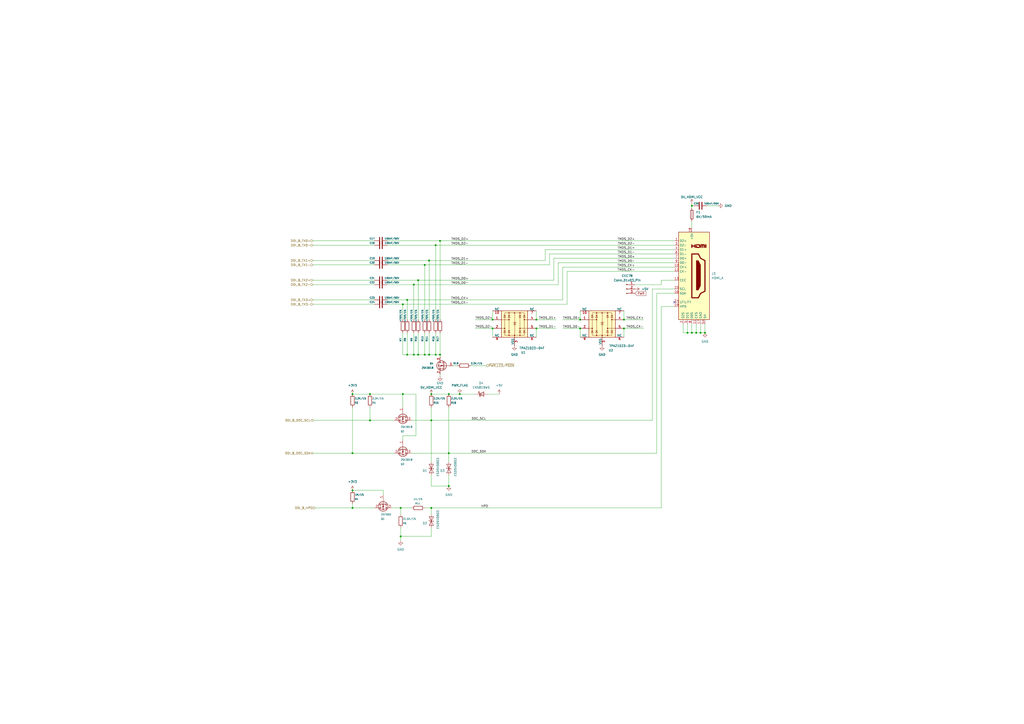
<source format=kicad_sch>
(kicad_sch (version 20231120) (generator "eeschema") (generator_version "8.0")
  (paper "A2")
  (title_block (title "Nano ITX Carrier for LattePanda Mu") (date "2024-09-01") (rev "V1.0.0") (comment 1 "20240901"))
  (lib_symbols
    (symbol "2N7002_1" (pin_names hide)
      (property "Reference" "Q" (at 5.08 1.905 0))
      (property "Value" "2N7002" (at 5.08 0 0))
      (symbol "2N7002_1_0_1"
        (polyline (pts (xy 0.254 0) (xy -2.54 0)))
        (polyline (pts (xy 0.254 1.905) (xy 0.254 -1.905)) (stroke (width 0.254)))
        (polyline (pts (xy 0.762 -1.27) (xy 0.762 -2.286)) (stroke (width 0.254)))
        (polyline (pts (xy 0.762 0.508) (xy 0.762 -0.508)) (stroke (width 0.254)))
        (polyline (pts (xy 0.762 2.286) (xy 0.762 1.27)) (stroke (width 0.254)))
        (polyline (pts (xy 2.54 2.54) (xy 2.54 1.778)))
        (polyline (pts (xy 2.54 -2.54) (xy 2.54 0) (xy 0.762 0)))
        (polyline (pts (xy 0.762 -1.778) (xy 3.302 -1.778) (xy 3.302 1.778) (xy 0.762 1.778)))
        (polyline (pts (xy 1.016 0) (xy 2.032 0.381) (xy 2.032 -0.381) (xy 1.016 0)) (fill (type outline)))
        (polyline (pts (xy 2.794 0.508) (xy 2.921 0.381) (xy 3.683 0.381) (xy 3.81 0.254)))
        (polyline (pts (xy 3.302 0.381) (xy 2.921 -0.254) (xy 3.683 -0.254) (xy 3.302 0.381)))
        (circle (center 1.651 0) (radius 2.794) (stroke (width 0.254)))
        (circle (center 2.54 -1.778) (radius 0.254) (fill (type outline)))
        (circle (center 2.54 1.778) (radius 0.254) (fill (type outline)))
      )
      (symbol "2N7002_1_1_1"
        (pin input line (at -5.08 0 0) (length 2.54) (name "G") (number "1"))
        (pin passive line (at 2.54 -5.08 90) (length 2.54) (name "S") (number "2"))
        (pin passive line (at 2.54 5.08 270) (length 2.54) (name "D") (number "3"))
      )
    )
    (symbol "2N7002_2" (pin_names hide)
      (property "Reference" "Q" (at 5.08 1.905 0))
      (property "Value" "2N7002" (at 5.08 0 0))
      (symbol "2N7002_2_0_1"
        (polyline (pts (xy 0.254 0) (xy -2.54 0)))
        (polyline (pts (xy 0.254 1.905) (xy 0.254 -1.905)) (stroke (width 0.254)))
        (polyline (pts (xy 0.762 -1.27) (xy 0.762 -2.286)) (stroke (width 0.254)))
        (polyline (pts (xy 0.762 0.508) (xy 0.762 -0.508)) (stroke (width 0.254)))
        (polyline (pts (xy 0.762 2.286) (xy 0.762 1.27)) (stroke (width 0.254)))
        (polyline (pts (xy 2.54 2.54) (xy 2.54 1.778)))
        (polyline (pts (xy 2.54 -2.54) (xy 2.54 0) (xy 0.762 0)))
        (polyline (pts (xy 0.762 -1.778) (xy 3.302 -1.778) (xy 3.302 1.778) (xy 0.762 1.778)))
        (polyline (pts (xy 1.016 0) (xy 2.032 0.381) (xy 2.032 -0.381) (xy 1.016 0)) (fill (type outline)))
        (polyline (pts (xy 2.794 0.508) (xy 2.921 0.381) (xy 3.683 0.381) (xy 3.81 0.254)))
        (polyline (pts (xy 3.302 0.381) (xy 2.921 -0.254) (xy 3.683 -0.254) (xy 3.302 0.381)))
        (circle (center 1.651 0) (radius 2.794) (stroke (width 0.254)))
        (circle (center 2.54 -1.778) (radius 0.254) (fill (type outline)))
        (circle (center 2.54 1.778) (radius 0.254) (fill (type outline)))
      )
      (symbol "2N7002_2_1_1"
        (pin input line (at -5.08 0 0) (length 2.54) (name "G") (number "1"))
        (pin passive line (at 2.54 -5.08 90) (length 2.54) (name "S") (number "2"))
        (pin passive line (at 2.54 5.08 270) (length 2.54) (name "D") (number "3"))
      )
    )
    (symbol "2N7002_3" (pin_names hide)
      (property "Reference" "Q" (at 5.08 1.905 0))
      (property "Value" "2N7002" (at 5.08 0 0))
      (symbol "2N7002_3_0_1"
        (polyline (pts (xy 0.254 0) (xy -2.54 0)))
        (polyline (pts (xy 0.254 1.905) (xy 0.254 -1.905)) (stroke (width 0.254)))
        (polyline (pts (xy 0.762 -1.27) (xy 0.762 -2.286)) (stroke (width 0.254)))
        (polyline (pts (xy 0.762 0.508) (xy 0.762 -0.508)) (stroke (width 0.254)))
        (polyline (pts (xy 0.762 2.286) (xy 0.762 1.27)) (stroke (width 0.254)))
        (polyline (pts (xy 2.54 2.54) (xy 2.54 1.778)))
        (polyline (pts (xy 2.54 -2.54) (xy 2.54 0) (xy 0.762 0)))
        (polyline (pts (xy 0.762 -1.778) (xy 3.302 -1.778) (xy 3.302 1.778) (xy 0.762 1.778)))
        (polyline (pts (xy 1.016 0) (xy 2.032 0.381) (xy 2.032 -0.381) (xy 1.016 0)) (fill (type outline)))
        (polyline (pts (xy 2.794 0.508) (xy 2.921 0.381) (xy 3.683 0.381) (xy 3.81 0.254)))
        (polyline (pts (xy 3.302 0.381) (xy 2.921 -0.254) (xy 3.683 -0.254) (xy 3.302 0.381)))
        (circle (center 1.651 0) (radius 2.794) (stroke (width 0.254)))
        (circle (center 2.54 -1.778) (radius 0.254) (fill (type outline)))
        (circle (center 2.54 1.778) (radius 0.254) (fill (type outline)))
      )
      (symbol "2N7002_3_1_1"
        (pin input line (at -5.08 0 0) (length 2.54) (name "G") (number "1"))
        (pin passive line (at 2.54 -5.08 90) (length 2.54) (name "S") (number "2"))
        (pin passive line (at 2.54 5.08 270) (length 2.54) (name "D") (number "3"))
      )
    )
    (symbol "Connector:Conn_01x03_Pin" (pin_names (offset 1.016) hide)
      (property "Reference" "J" (at 0 5.08 0))
      (property "Value" "Conn_01x03_Pin" (at 0 -5.08 0))
      (symbol "Conn_01x03_Pin_1_1"
        (polyline (pts (xy 1.27 -2.54) (xy 0.8636 -2.54)) (stroke (width 0.1524)))
        (polyline (pts (xy 1.27 0) (xy 0.8636 0)) (stroke (width 0.1524)))
        (polyline (pts (xy 1.27 2.54) (xy 0.8636 2.54)) (stroke (width 0.1524)))
        (rectangle (start 0.8636 -2.413) (end 0 -2.667) (stroke (width 0.1524)) (fill (type outline)))
        (rectangle (start 0.8636 0.127) (end 0 -0.127) (stroke (width 0.1524)) (fill (type outline)))
        (rectangle (start 0.8636 2.667) (end 0 2.413) (stroke (width 0.1524)) (fill (type outline)))
        (pin passive line (at 5.08 2.54 180) (length 3.81) (name "Pin_1") (number "1"))
        (pin passive line (at 5.08 0 180) (length 3.81) (name "Pin_2") (number "2"))
        (pin passive line (at 5.08 -2.54 180) (length 3.81) (name "Pin_3") (number "3"))
      )
    )
    (symbol "Connector:HDMI_A"
      (property "Reference" "J" (at -6.35 26.67 0))
      (property "Value" "HDMI_A" (at 10.16 26.67 0))
      (symbol "HDMI_A_0_0"
        (polyline (pts (xy 8.128 16.51) (xy 8.128 18.034)) (stroke (width 0.635)))
        (polyline (pts (xy 0 16.51) (xy 0 18.034) (xy 0 17.272) (xy 1.905 17.272) (xy 1.905 18.034) (xy 1.905 16.51)) (stroke (width 0.635)))
        (polyline (pts (xy 2.667 18.034) (xy 4.318 18.034) (xy 4.572 17.78) (xy 4.572 16.764) (xy 4.318 16.51) (xy 2.667 16.51) (xy 2.667 17.272)) (stroke (width 0.635)))
      )
      (symbol "HDMI_A_0_1"
        (rectangle (start -7.62 25.4) (end 10.16 -25.4) (stroke (width 0.254)) (fill (type background)))
        (polyline (pts (xy 2.54 8.89) (xy 3.81 8.89) (xy 5.08 6.35) (xy 5.08 -5.715) (xy 3.81 -8.255) (xy 2.54 -8.255) (xy 2.54 8.89)) (fill (type outline)))
        (polyline (pts (xy 5.334 16.51) (xy 5.334 18.034) (xy 6.35 18.034) (xy 6.35 16.51) (xy 6.35 18.034) (xy 7.112 18.034) (xy 7.366 17.78) (xy 7.366 16.51)) (stroke (width 0.635)))
        (polyline (pts (xy 0 12.7) (xy 0 -12.7) (xy 3.81 -12.7) (xy 5.08 -10.16) (xy 7.62 -8.89) (xy 7.62 8.89) (xy 5.08 10.16) (xy 3.81 12.7) (xy 0 12.7)) (stroke (width 0.635)))
      )
      (symbol "HDMI_A_1_1"
        (pin passive line (at -10.16 20.32 0) (length 2.54) (name "D2+") (number "1"))
        (pin passive line (at -10.16 5.08 0) (length 2.54) (name "CK+") (number "10"))
        (pin power_in line (at 2.54 -27.94 90) (length 2.54) (name "CKS") (number "11"))
        (pin passive line (at -10.16 2.54 0) (length 2.54) (name "CK-") (number "12"))
        (pin bidirectional line (at -10.16 -2.54 0) (length 2.54) (name "CEC") (number "13"))
        (pin passive line (at -10.16 -15.24 0) (length 2.54) (name "UTILITY") (number "14"))
        (pin passive line (at -10.16 -7.62 0) (length 2.54) (name "SCL") (number "15"))
        (pin bidirectional line (at -10.16 -10.16 0) (length 2.54) (name "SDA") (number "16"))
        (pin power_in line (at 5.08 -27.94 90) (length 2.54) (name "GND") (number "17"))
        (pin power_in line (at 0 27.94 270) (length 2.54) (name "+5V") (number "18"))
        (pin passive line (at -10.16 -17.78 0) (length 2.54) (name "HPD") (number "19"))
        (pin power_in line (at -5.08 -27.94 90) (length 2.54) (name "D2S") (number "2"))
        (pin passive line (at -10.16 17.78 0) (length 2.54) (name "D2-") (number "3"))
        (pin passive line (at -10.16 15.24 0) (length 2.54) (name "D1+") (number "4"))
        (pin power_in line (at -2.54 -27.94 90) (length 2.54) (name "D1S") (number "5"))
        (pin passive line (at -10.16 12.7 0) (length 2.54) (name "D1-") (number "6"))
        (pin passive line (at -10.16 10.16 0) (length 2.54) (name "D0+") (number "7"))
        (pin power_in line (at 0 -27.94 90) (length 2.54) (name "D0S") (number "8"))
        (pin passive line (at -10.16 7.62 0) (length 2.54) (name "D0-") (number "9"))
        (pin passive line (at 7.62 -27.94 90) (length 2.54) (name "SH") (number "SH"))
      )
    )
    (symbol "Device:C" (pin_numbers hide) (pin_names (offset 0.254))
      (property "Reference" "C" (at 0.635 2.54 0))
      (property "Value" "C" (at 0.635 -2.54 0))
      (symbol "C_0_1"
        (polyline (pts (xy -2.032 -0.762) (xy 2.032 -0.762)) (stroke (width 0.508)))
        (polyline (pts (xy -2.032 0.762) (xy 2.032 0.762)) (stroke (width 0.508)))
      )
      (symbol "C_1_1"
        (pin passive line (at 0 3.81 270) (length 2.794) (name "~") (number "1"))
        (pin passive line (at 0 -3.81 90) (length 2.794) (name "~") (number "2"))
      )
    )
    (symbol "Device:Fuse" (pin_numbers hide) (pin_names (offset 0))
      (property "Reference" "F" (at 2.032 0 90))
      (property "Value" "Fuse" (at -1.905 0 90))
      (symbol "Fuse_0_1"
        (rectangle (start -0.762 -2.54) (end 0.762 2.54) (stroke (width 0.254)))
        (polyline (pts (xy 0 2.54) (xy 0 -2.54)))
      )
      (symbol "Fuse_1_1"
        (pin passive line (at 0 3.81 270) (length 1.27) (name "~") (number "1"))
        (pin passive line (at 0 -3.81 90) (length 1.27) (name "~") (number "2"))
      )
    )
    (symbol "Device:R" (pin_numbers hide) (pin_names (offset 0))
      (property "Reference" "R" (at 2.032 0 90))
      (property "Value" "R" (at 0 0 90))
      (symbol "R_0_1"
        (rectangle (start -1.016 -2.54) (end 1.016 2.54) (stroke (width 0.254)))
      )
      (symbol "R_1_1"
        (pin passive line (at 0 3.81 270) (length 1.27) (name "~") (number "1"))
        (pin passive line (at 0 -3.81 90) (length 1.27) (name "~") (number "2"))
      )
    )
    (symbol "Diode:1N5819WS" (pin_numbers hide) (pin_names (offset 1.016) hide)
      (property "Reference" "D" (at 0 2.54 0))
      (property "Value" "1N5819WS" (at 0 -2.54 0))
      (symbol "1N5819WS_0_1"
        (polyline (pts (xy 1.27 0) (xy -1.27 0)))
        (polyline (pts (xy 1.27 1.27) (xy 1.27 -1.27) (xy -1.27 0) (xy 1.27 1.27)) (stroke (width 0.254)))
        (polyline (pts (xy -1.905 0.635) (xy -1.905 1.27) (xy -1.27 1.27) (xy -1.27 -1.27) (xy -0.635 -1.27) (xy -0.635 -0.635)) (stroke (width 0.254)))
      )
      (symbol "1N5819WS_1_1"
        (pin passive line (at -3.81 0 0) (length 2.54) (name "K") (number "1"))
        (pin passive line (at 3.81 0 180) (length 2.54) (name "A") (number "2"))
      )
    )
    (symbol "Diode:ESD9B5.0ST5G" (pin_numbers hide) (pin_names (offset 1.016) hide)
      (property "Reference" "D" (at 0 2.54 0))
      (property "Value" "ESD9B5.0ST5G" (at 0 -2.54 0))
      (symbol "ESD9B5.0ST5G_0_1"
        (polyline (pts (xy 1.27 0) (xy -1.27 0)))
        (polyline (pts (xy -2.54 -1.27) (xy 0 0) (xy -2.54 1.27) (xy -2.54 -1.27)) (stroke (width 0.2032)))
        (polyline (pts (xy 0.508 1.27) (xy 0 1.27) (xy 0 -1.27) (xy -0.508 -1.27)) (stroke (width 0.2032)))
        (polyline (pts (xy 2.54 1.27) (xy 2.54 -1.27) (xy 0 0) (xy 2.54 1.27)) (stroke (width 0.2032)))
      )
      (symbol "ESD9B5.0ST5G_1_1"
        (pin passive line (at -3.81 0 0) (length 2.54) (name "A1") (number "1"))
        (pin passive line (at 3.81 0 180) (length 2.54) (name "A2") (number "2"))
      )
    )
    (symbol "Power_Protection:D3V3XA4B10LP" (pin_names (offset 0))
      (property "Reference" "U" (at -0.635 8.89 0))
      (property "Value" "D3V3XA4B10LP" (at 8.89 -10.16 0))
      (symbol "D3V3XA4B10LP_0_0"
        (rectangle (start -5.715 6.477) (end 5.715 -6.604))
        (polyline (pts (xy -3.175 -6.604) (xy -3.175 6.477)))
        (polyline (pts (xy 0.127 6.477) (xy 0.127 -6.604)))
        (polyline (pts (xy 3.175 6.477) (xy 3.175 -6.604)))
      )
      (symbol "D3V3XA4B10LP_0_1"
        (rectangle (start -7.62 7.62) (end 7.62 -7.62) (stroke (width 0.254)) (fill (type background)))
        (circle (center -5.715 -2.54) (radius 0.2794) (fill (type outline)))
        (circle (center -3.175 -6.604) (radius 0.2794) (fill (type outline)))
        (circle (center -3.175 2.54) (radius 0.2794) (fill (type outline)))
        (circle (center -3.175 6.477) (radius 0.2794) (fill (type outline)))
        (circle (center 0 -6.604) (radius 0.2794) (fill (type outline)))
        (polyline (pts (xy -7.747 2.54) (xy -3.175 2.54)))
        (polyline (pts (xy -7.62 -2.54) (xy -5.715 -2.54)))
        (polyline (pts (xy -5.08 -3.81) (xy -6.35 -3.81)))
        (polyline (pts (xy -5.08 5.08) (xy -6.35 5.08)))
        (polyline (pts (xy -2.54 -3.81) (xy -3.81 -3.81)))
        (polyline (pts (xy -2.54 5.08) (xy -3.81 5.08)))
        (polyline (pts (xy -0.508 0.889) (xy -0.889 0.635)))
        (polyline (pts (xy 0 -6.604) (xy 0 -7.62)))
        (polyline (pts (xy 0.762 0.889) (xy -0.508 0.889)))
        (polyline (pts (xy 0.762 0.889) (xy 1.143 1.143)))
        (polyline (pts (xy 3.81 -3.81) (xy 2.54 -3.81)))
        (polyline (pts (xy 3.81 5.08) (xy 2.54 5.08)))
        (polyline (pts (xy 6.35 -3.81) (xy 5.08 -3.81)))
        (polyline (pts (xy 6.35 5.08) (xy 5.08 5.08)))
        (polyline (pts (xy 7.62 -2.54) (xy 3.175 -2.54)))
        (polyline (pts (xy 7.62 2.54) (xy 5.715 2.54)))
        (polyline (pts (xy -5.08 -5.08) (xy -6.35 -5.08) (xy -5.715 -3.81) (xy -5.08 -5.08)))
        (polyline (pts (xy -5.08 3.81) (xy -6.35 3.81) (xy -5.715 5.08) (xy -5.08 3.81)))
        (polyline (pts (xy -2.54 -5.08) (xy -3.81 -5.08) (xy -3.175 -3.81) (xy -2.54 -5.08)))
        (polyline (pts (xy -2.54 3.81) (xy -3.81 3.81) (xy -3.175 5.08) (xy -2.54 3.81)))
        (polyline (pts (xy 0.762 -0.381) (xy -0.508 -0.381) (xy 0.127 0.889) (xy 0.762 -0.381)))
        (polyline (pts (xy 3.81 -5.08) (xy 2.54 -5.08) (xy 3.175 -3.81) (xy 3.81 -5.08)))
        (polyline (pts (xy 3.81 3.81) (xy 2.54 3.81) (xy 3.175 5.08) (xy 3.81 3.81)))
        (polyline (pts (xy 6.35 -5.08) (xy 5.08 -5.08) (xy 5.715 -3.81) (xy 6.35 -5.08)))
        (polyline (pts (xy 6.35 3.81) (xy 5.08 3.81) (xy 5.715 5.08) (xy 6.35 3.81)))
        (circle (center 0 6.477) (radius 0.2794) (fill (type outline)))
        (circle (center 3.175 -6.604) (radius 0.2794) (fill (type outline)))
        (circle (center 3.175 -2.54) (radius 0.2794) (fill (type outline)))
        (circle (center 3.175 6.477) (radius 0.2794) (fill (type outline)))
        (circle (center 5.715 2.54) (radius 0.2794) (fill (type outline)))
      )
      (symbol "D3V3XA4B10LP_1_1"
        (pin passive line (at -12.7 2.54 0) (length 5.08) (name "~") (number "1"))
        (pin free line (at -12.7 7.62 0) (length 5.08) (name "NC") (number "10"))
        (pin passive line (at -12.7 -2.54 0) (length 5.08) (name "~") (number "2"))
        (pin power_in line (at 0 -12.7 90) (length 5.08) (name "VSS") (number "3"))
        (pin passive line (at 12.7 2.54 180) (length 5.08) (name "~") (number "4"))
        (pin passive line (at 12.7 -2.54 180) (length 5.08) (name "~") (number "5"))
        (pin free line (at 12.7 -7.62 180) (length 5.08) (name "NC") (number "6"))
        (pin free line (at 12.7 7.62 180) (length 5.08) (name "NC") (number "7"))
        (pin passive line (at 0 -12.7 90) (length 5.08) hide (name "VSS") (number "8"))
        (pin free line (at -12.7 -7.62 0) (length 5.08) (name "NC") (number "9"))
      )
    )
    (symbol "Transistor_FET:2N7002" (pin_names hide)
      (property "Reference" "Q" (at 5.08 1.905 0))
      (property "Value" "2N7002" (at 5.08 0 0))
      (symbol "2N7002_0_1"
        (polyline (pts (xy 0.254 0) (xy -2.54 0)))
        (polyline (pts (xy 0.254 1.905) (xy 0.254 -1.905)) (stroke (width 0.254)))
        (polyline (pts (xy 0.762 -1.27) (xy 0.762 -2.286)) (stroke (width 0.254)))
        (polyline (pts (xy 0.762 0.508) (xy 0.762 -0.508)) (stroke (width 0.254)))
        (polyline (pts (xy 0.762 2.286) (xy 0.762 1.27)) (stroke (width 0.254)))
        (polyline (pts (xy 2.54 2.54) (xy 2.54 1.778)))
        (polyline (pts (xy 2.54 -2.54) (xy 2.54 0) (xy 0.762 0)))
        (polyline (pts (xy 0.762 -1.778) (xy 3.302 -1.778) (xy 3.302 1.778) (xy 0.762 1.778)))
        (polyline (pts (xy 1.016 0) (xy 2.032 0.381) (xy 2.032 -0.381) (xy 1.016 0)) (fill (type outline)))
        (polyline (pts (xy 2.794 0.508) (xy 2.921 0.381) (xy 3.683 0.381) (xy 3.81 0.254)))
        (polyline (pts (xy 3.302 0.381) (xy 2.921 -0.254) (xy 3.683 -0.254) (xy 3.302 0.381)))
        (circle (center 1.651 0) (radius 2.794) (stroke (width 0.254)))
        (circle (center 2.54 -1.778) (radius 0.254) (fill (type outline)))
        (circle (center 2.54 1.778) (radius 0.254) (fill (type outline)))
      )
      (symbol "2N7002_1_1"
        (pin input line (at -5.08 0 0) (length 2.54) (name "G") (number "1"))
        (pin passive line (at 2.54 -5.08 90) (length 2.54) (name "S") (number "2"))
        (pin passive line (at 2.54 5.08 270) (length 2.54) (name "D") (number "3"))
      )
    )
    (symbol "power:+3V3" (power) (pin_numbers hide) (pin_names (offset 0) hide)
      (property "Value" "+3V3" (at 0 3.556 0))
      (symbol "+3V3_0_1"
        (polyline (pts (xy -0.762 1.27) (xy 0 2.54)))
        (polyline (pts (xy 0 0) (xy 0 2.54)))
        (polyline (pts (xy 0 2.54) (xy 0.762 1.27)))
      )
      (symbol "+3V3_1_1"
        (pin power_in line (at 0 0 90) (length 0) (name "~") (number "1"))
      )
    )
    (symbol "power:+5V" (power) (pin_numbers hide) (pin_names (offset 0) hide)
      (property "Value" "+5V" (at 0 3.556 0))
      (symbol "+5V_0_1"
        (polyline (pts (xy -0.762 1.27) (xy 0 2.54)))
        (polyline (pts (xy 0 0) (xy 0 2.54)))
        (polyline (pts (xy 0 2.54) (xy 0.762 1.27)))
      )
      (symbol "+5V_1_1"
        (pin power_in line (at 0 0 90) (length 0) (name "~") (number "1"))
      )
    )
    (symbol "power:GND" (power) (pin_numbers hide) (pin_names (offset 0) hide)
      (property "Value" "GND" (at 0 -3.81 0))
      (symbol "GND_0_1"
        (polyline (pts (xy 0 0) (xy 0 -1.27) (xy 1.27 -1.27) (xy 0 -2.54) (xy -1.27 -1.27) (xy 0 -1.27)))
      )
      (symbol "GND_1_1"
        (pin power_in line (at 0 0 270) (length 0) (name "~") (number "1"))
      )
    )
    (symbol "power:PWR_FLAG" (power) (pin_numbers hide) (pin_names (offset 0) hide)
      (property "Value" "PWR_FLAG" (at 0 3.81 0))
      (symbol "PWR_FLAG_0_0"
        (pin power_out line (at 0 0 90) (length 0) (name "~") (number "1"))
      )
      (symbol "PWR_FLAG_0_1"
        (polyline (pts (xy 0 0) (xy 0 1.27) (xy -1.016 1.905) (xy 0 2.54) (xy 1.016 1.905) (xy 0 1.27)))
      )
    )
    (symbol "power:VCC" (power) (pin_numbers hide) (pin_names (offset 0) hide)
      (property "Value" "VCC" (at 0 3.556 0))
      (symbol "VCC_0_1"
        (polyline (pts (xy -0.762 1.27) (xy 0 2.54)))
        (polyline (pts (xy 0 0) (xy 0 2.54)))
        (polyline (pts (xy 0 2.54) (xy 0.762 1.27)))
      )
      (symbol "VCC_1_1"
        (pin power_in line (at 0 0 90) (length 0) (name "~") (number "1"))
      )
    )
  )
  (junction (at 260.35 228.6))
  (junction (at 233.68 176.53))
  (junction (at 236.22 173.99))
  (junction (at 204.47 294.64))
  (junction (at 204.47 228.6))
  (junction (at 252.73 205.74))
  (junction (at 336.55 190.5))
  (junction (at 204.47 284.48))
  (junction (at 260.35 281.94))
  (junction (at 240.03 205.74))
  (junction (at 248.92 151.13))
  (junction (at 242.57 162.56))
  (junction (at 285.75 185.42))
  (junction (at 403.86 193.04))
  (junction (at 401.32 193.04))
  (junction (at 361.95 190.5))
  (junction (at 311.15 190.5))
  (junction (at 250.19 294.64))
  (junction (at 246.38 153.67))
  (junction (at 255.27 139.7))
  (junction (at 255.27 205.74))
  (junction (at 401.32 119.38))
  (junction (at 242.57 205.74))
  (junction (at 214.63 243.84))
  (junction (at 260.35 262.89))
  (junction (at 336.55 185.42))
  (junction (at 406.4 193.04))
  (junction (at 240.03 165.1))
  (junction (at 250.19 243.84))
  (junction (at 408.94 193.04))
  (junction (at 236.22 205.74))
  (junction (at 204.47 262.89))
  (junction (at 398.78 193.04))
  (junction (at 311.15 185.42))
  (junction (at 252.73 142.24))
  (junction (at 232.41 311.15))
  (junction (at 214.63 228.6))
  (junction (at 233.68 228.6))
  (junction (at 246.38 205.74))
  (junction (at 285.75 190.5))
  (junction (at 232.41 294.64))
  (junction (at 250.19 228.6))
  (junction (at 266.7 228.6))
  (junction (at 361.95 185.42))
  (junction (at 248.92 205.74))
  (no_connect (at 391.16 175.26))
  (wire (pts (xy 214.63 236.22) (xy 214.63 243.84)))
  (wire (pts (xy 361.95 190.5) (xy 361.95 195.58)))
  (wire (pts (xy 227.33 294.64) (xy 232.41 294.64)))
  (wire (pts (xy 236.22 185.42) (xy 236.22 173.99)))
  (wire (pts (xy 260.35 236.22) (xy 260.35 262.89)))
  (wire (pts (xy 275.59 185.42) (xy 285.75 185.42)))
  (wire (pts (xy 285.75 185.42) (xy 285.75 180.34)))
  (wire (pts (xy 383.54 177.8) (xy 391.16 177.8)))
  (wire (pts (xy 246.38 205.74) (xy 242.57 205.74)))
  (wire (pts (xy 236.22 173.99) (xy 224.79 173.99)))
  (wire (pts (xy 252.73 142.24) (xy 391.16 142.24)))
  (wire (pts (xy 255.27 193.04) (xy 255.27 205.74)))
  (wire (pts (xy 233.68 176.53) (xy 233.68 185.42)))
  (wire (pts (xy 408.94 187.96) (xy 408.94 193.04)))
  (wire (pts (xy 396.24 187.96) (xy 396.24 193.04)))
  (wire (pts (xy 311.15 185.42) (xy 311.15 180.34)))
  (wire (pts (xy 222.25 287.02) (xy 222.25 284.48)))
  (wire (pts (xy 246.38 153.67) (xy 224.79 153.67)))
  (wire (pts (xy 236.22 173.99) (xy 326.39 173.99)))
  (wire (pts (xy 316.23 144.78) (xy 391.16 144.78)))
  (wire (pts (xy 255.27 139.7) (xy 224.79 139.7)))
  (wire (pts (xy 250.19 228.6) (xy 260.35 228.6)))
  (wire (pts (xy 181.61 176.53) (xy 217.17 176.53)))
  (wire (pts (xy 250.19 275.59) (xy 250.19 281.94)))
  (wire (pts (xy 214.63 243.84) (xy 228.6 243.84)))
  (wire (pts (xy 252.73 185.42) (xy 252.73 142.24)))
  (wire (pts (xy 378.46 243.84) (xy 378.46 167.64)))
  (wire (pts (xy 240.03 185.42) (xy 240.03 165.1)))
  (wire (pts (xy 260.35 262.89) (xy 238.76 262.89)))
  (wire (pts (xy 383.54 294.64) (xy 383.54 177.8)))
  (wire (pts (xy 383.54 162.56) (xy 391.16 162.56)))
  (wire (pts (xy 181.61 173.99) (xy 217.17 173.99)))
  (wire (pts (xy 323.85 165.1) (xy 323.85 152.4)))
  (wire (pts (xy 233.68 176.53) (xy 328.93 176.53)))
  (wire (pts (xy 283.21 228.6) (xy 289.56 228.6)))
  (wire (pts (xy 255.27 205.74) (xy 252.73 205.74)))
  (wire (pts (xy 378.46 167.64) (xy 391.16 167.64)))
  (wire (pts (xy 326.39 185.42) (xy 336.55 185.42)))
  (wire (pts (xy 236.22 193.04) (xy 236.22 205.74)))
  (wire (pts (xy 361.95 180.34) (xy 361.95 185.42)))
  (wire (pts (xy 248.92 185.42) (xy 248.92 151.13)))
  (wire (pts (xy 248.92 205.74) (xy 246.38 205.74)))
  (wire (pts (xy 311.15 185.42) (xy 322.58 185.42)))
  (wire (pts (xy 398.78 187.96) (xy 398.78 193.04)))
  (wire (pts (xy 260.35 228.6) (xy 266.7 228.6)))
  (wire (pts (xy 255.27 207.01) (xy 255.27 205.74)))
  (wire (pts (xy 240.03 165.1) (xy 224.79 165.1)))
  (wire (pts (xy 242.57 162.56) (xy 321.31 162.56)))
  (wire (pts (xy 273.05 212.09) (xy 281.94 212.09)))
  (wire (pts (xy 403.86 187.96) (xy 403.86 193.04)))
  (wire (pts (xy 181.61 162.56) (xy 217.17 162.56)))
  (wire (pts (xy 318.77 147.32) (xy 391.16 147.32)))
  (wire (pts (xy 248.92 151.13) (xy 316.23 151.13)))
  (wire (pts (xy 182.88 294.64) (xy 204.47 294.64)))
  (wire (pts (xy 181.61 243.84) (xy 214.63 243.84)))
  (wire (pts (xy 326.39 154.94) (xy 391.16 154.94)))
  (wire (pts (xy 336.55 190.5) (xy 336.55 195.58)))
  (wire (pts (xy 246.38 294.64) (xy 250.19 294.64)))
  (wire (pts (xy 204.47 262.89) (xy 228.6 262.89)))
  (wire (pts (xy 403.86 193.04) (xy 406.4 193.04)))
  (wire (pts (xy 252.73 205.74) (xy 248.92 205.74)))
  (wire (pts (xy 232.41 294.64) (xy 238.76 294.64)))
  (wire (pts (xy 242.57 162.56) (xy 224.79 162.56)))
  (wire (pts (xy 250.19 243.84) (xy 378.46 243.84)))
  (wire (pts (xy 250.19 294.64) (xy 250.19 298.45)))
  (wire (pts (xy 401.32 193.04) (xy 403.86 193.04)))
  (wire (pts (xy 233.68 255.27) (xy 233.68 252.73)))
  (wire (pts (xy 250.19 243.84) (xy 250.19 236.22)))
  (wire (pts (xy 401.32 119.38) (xy 401.32 120.65)))
  (wire (pts (xy 246.38 193.04) (xy 246.38 205.74)))
  (wire (pts (xy 204.47 294.64) (xy 217.17 294.64)))
  (wire (pts (xy 242.57 205.74) (xy 240.03 205.74)))
  (wire (pts (xy 311.15 190.5) (xy 322.58 190.5)))
  (wire (pts (xy 204.47 228.6) (xy 214.63 228.6)))
  (wire (pts (xy 181.61 139.7) (xy 217.17 139.7)))
  (wire (pts (xy 242.57 185.42) (xy 242.57 162.56)))
  (wire (pts (xy 250.19 281.94) (xy 260.35 281.94)))
  (wire (pts (xy 255.27 217.17) (xy 255.27 218.44)))
  (wire (pts (xy 250.19 306.07) (xy 250.19 311.15)))
  (wire (pts (xy 250.19 294.64) (xy 383.54 294.64)))
  (wire (pts (xy 361.95 190.5) (xy 373.38 190.5)))
  (wire (pts (xy 248.92 193.04) (xy 248.92 205.74)))
  (wire (pts (xy 233.68 236.22) (xy 233.68 228.6)))
  (wire (pts (xy 402.59 119.38) (xy 401.32 119.38)))
  (wire (pts (xy 318.77 153.67) (xy 318.77 147.32)))
  (wire (pts (xy 232.41 306.07) (xy 232.41 311.15)))
  (wire (pts (xy 255.27 185.42) (xy 255.27 139.7)))
  (wire (pts (xy 336.55 180.34) (xy 336.55 185.42)))
  (wire (pts (xy 262.89 212.09) (xy 265.43 212.09)))
  (wire (pts (xy 401.32 118.11) (xy 401.32 119.38)))
  (wire (pts (xy 401.32 187.96) (xy 401.32 193.04)))
  (wire (pts (xy 241.3 228.6) (xy 233.68 228.6)))
  (wire (pts (xy 250.19 311.15) (xy 232.41 311.15)))
  (wire (pts (xy 316.23 151.13) (xy 316.23 144.78)))
  (wire (pts (xy 233.68 193.04) (xy 233.68 205.74)))
  (wire (pts (xy 311.15 195.58) (xy 311.15 190.5)))
  (wire (pts (xy 233.68 228.6) (xy 214.63 228.6)))
  (wire (pts (xy 181.61 165.1) (xy 217.17 165.1)))
  (wire (pts (xy 383.54 165.1) (xy 383.54 162.56)))
  (wire (pts (xy 181.61 151.13) (xy 217.17 151.13)))
  (wire (pts (xy 396.24 193.04) (xy 398.78 193.04)))
  (wire (pts (xy 233.68 252.73) (xy 241.3 252.73)))
  (wire (pts (xy 323.85 152.4) (xy 391.16 152.4)))
  (wire (pts (xy 406.4 187.96) (xy 406.4 193.04)))
  (wire (pts (xy 266.7 228.6) (xy 275.59 228.6)))
  (wire (pts (xy 260.35 275.59) (xy 260.35 281.94)))
  (wire (pts (xy 328.93 176.53) (xy 328.93 157.48)))
  (wire (pts (xy 250.19 243.84) (xy 250.19 267.97)))
  (wire (pts (xy 242.57 193.04) (xy 242.57 205.74)))
  (wire (pts (xy 398.78 193.04) (xy 401.32 193.04)))
  (wire (pts (xy 204.47 292.1) (xy 204.47 294.64)))
  (wire (pts (xy 255.27 139.7) (xy 391.16 139.7)))
  (wire (pts (xy 401.32 128.27) (xy 401.32 132.08)))
  (wire (pts (xy 260.35 262.89) (xy 260.35 267.97)))
  (wire (pts (xy 252.73 193.04) (xy 252.73 205.74)))
  (wire (pts (xy 181.61 153.67) (xy 217.17 153.67)))
  (wire (pts (xy 326.39 190.5) (xy 336.55 190.5)))
  (wire (pts (xy 236.22 205.74) (xy 233.68 205.74)))
  (wire (pts (xy 368.3 165.1) (xy 383.54 165.1)))
  (wire (pts (xy 240.03 165.1) (xy 323.85 165.1)))
  (wire (pts (xy 232.41 311.15) (xy 232.41 313.69)))
  (wire (pts (xy 246.38 153.67) (xy 318.77 153.67)))
  (wire (pts (xy 321.31 162.56) (xy 321.31 149.86)))
  (wire (pts (xy 252.73 142.24) (xy 224.79 142.24)))
  (wire (pts (xy 204.47 284.48) (xy 222.25 284.48)))
  (wire (pts (xy 321.31 149.86) (xy 391.16 149.86)))
  (wire (pts (xy 275.59 190.5) (xy 285.75 190.5)))
  (wire (pts (xy 381 170.18) (xy 381 262.89)))
  (wire (pts (xy 248.92 151.13) (xy 224.79 151.13)))
  (wire (pts (xy 181.61 142.24) (xy 217.17 142.24)))
  (wire (pts (xy 240.03 205.74) (xy 236.22 205.74)))
  (wire (pts (xy 406.4 193.04) (xy 408.94 193.04)))
  (wire (pts (xy 181.61 262.89) (xy 204.47 262.89)))
  (wire (pts (xy 246.38 185.42) (xy 246.38 153.67)))
  (wire (pts (xy 410.21 119.38) (xy 416.56 119.38)))
  (wire (pts (xy 391.16 170.18) (xy 381 170.18)))
  (wire (pts (xy 328.93 157.48) (xy 391.16 157.48)))
  (wire (pts (xy 285.75 195.58) (xy 285.75 190.5)))
  (wire (pts (xy 260.35 262.89) (xy 381 262.89)))
  (wire (pts (xy 326.39 173.99) (xy 326.39 154.94)))
  (wire (pts (xy 232.41 294.64) (xy 232.41 298.45)))
  (wire (pts (xy 241.3 252.73) (xy 241.3 228.6)))
  (wire (pts (xy 204.47 236.22) (xy 204.47 262.89)))
  (wire (pts (xy 373.38 185.42) (xy 361.95 185.42)))
  (wire (pts (xy 238.76 243.84) (xy 250.19 243.84)))
  (wire (pts (xy 224.79 176.53) (xy 233.68 176.53)))
  (wire (pts (xy 240.03 193.04) (xy 240.03 205.74)))
  (label "TMDS_CK-" (at 368.3 157.48 180))
  (label "TMDS_D2+" (at 271.78 139.7 180))
  (label "TMDS_D0+" (at 368.3 149.86 180))
  (label "TMDS_D2-" (at 285.75 190.5 180))
  (label "DDC_SCL" (at 281.94 243.84 180))
  (label "TMDS_CK-" (at 271.78 176.53 180))
  (label "TMDS_D2-" (at 271.78 142.24 180))
  (label "TMDS_D1-" (at 368.3 147.32 180))
  (label "TMDS_D0-" (at 336.55 190.5 180))
  (label "TMDS_D0-" (at 271.78 165.1 180))
  (label "TMDS_D0+" (at 271.78 162.56 180))
  (label "TMDS_D0+" (at 336.55 185.42 180))
  (label "TMDS_D2+" (at 285.75 185.42 180))
  (label "TMDS_CK+" (at 373.38 185.42 180))
  (label "TMDS_CK-" (at 373.38 190.5 180))
  (label "TMDS_D1-" (at 271.78 153.67 180))
  (label "TMDS_D1+" (at 322.58 185.42 180))
  (label "TMDS_D0-" (at 368.3 152.4 180))
  (label "TMDS_CK+" (at 271.78 173.99 180))
  (label "TMDS_CK+" (at 368.3 154.94 180))
  (label "TMDS_D1+" (at 368.3 144.78 180))
  (label "DDC_SDA" (at 281.94 262.89 180))
  (label "TMDS_D2+" (at 368.3 139.7 180))
  (label "TMDS_D2-" (at 368.3 142.24 180))
  (label "TMDS_D1-" (at 322.58 190.5 180))
  (label "HPD" (at 283.21 294.64 180))
  (label "TMDS_D1+" (at 271.78 151.13 180))
  (global_label "PWR" (shape input) (at 368.3 170.18 0) (property "Intersheetrefs" "${INTERSHEET_REFS}" (effects (hide yes))))
  (hierarchical_label "DDI_B_TX3-" (shape input) (at 181.61 176.53 180))
  (hierarchical_label "DDI_B_DDC_SDA" (shape bidirectional) (at 181.61 262.89 180))
  (hierarchical_label "DDI_B_TX0+" (shape input) (at 181.61 139.7 180))
  (hierarchical_label "DDI_B_TX2+" (shape input) (at 181.61 162.56 180))
  (hierarchical_label "DDI_B_HPD" (shape input) (at 182.88 294.64 180))
  (hierarchical_label "DDI_B_TX3+" (shape input) (at 181.61 173.99 180))
  (hierarchical_label "DDI_B_DDC_SCL" (shape output) (at 181.61 243.84 180))
  (hierarchical_label "DDI_B_TX0-" (shape input) (at 181.61 142.24 180))
  (hierarchical_label "~{PWR_LED}{slash}~{PSON}" (shape input) (at 281.94 212.09 0))
  (hierarchical_label "DDI_B_TX1+" (shape input) (at 181.61 151.13 180))
  (hierarchical_label "DDI_B_TX1-" (shape input) (at 181.61 153.67 180))
  (hierarchical_label "DDI_B_TX2-" (shape input) (at 181.61 165.1 180))
  (symbol (lib_id "power:GND") (at 260.35 281.94 0) (unit 1)
    (property "Reference" "#PWR025" (effects (hide yes)))
    (property "Value" "GND" (at 260.35 287.02 0))
  )
  (symbol (lib_id "Device:C") (at 220.98 173.99 90) (unit 1)
    (property "Reference" "C23" (at 215.9 172.72 90) (effects (font (size 1 1))))
    (property "Value" "100nF/50V" (at 227.33 172.72 90) (effects (font (size 1 1))))
    (property "Footprint" "A_HDJ_Library:C_0402_1005Metric" (effects (hide yes)))
    (property "SCH_Show_Footprint" "C0402" (effects (hide yes)))
    (property "DF_Comment" "贴片电容0402-10UF-10V-X5R_GRM155R61A106ME44D" (effects (hide yes)))
  )
  (symbol (lib_id "Device:R") (at 236.22 189.23 0) (unit 1)
    (property "Reference" "R8" (at 234.95 198.12 90) (effects (font (size 1 1)) (justify left)))
    (property "Value" "470R/1%" (at 234.95 186.69 90) (effects (font (size 1 1)) (justify left)))
    (property "Footprint" "A_HDJ_Library:R_0402_1005Metric" (effects (hide yes)))
    (property "DF_Comment" "贴片电阻0402-10K-1%" (effects (hide yes)))
  )
  (symbol (lib_id "Device:R") (at 250.19 232.41 0) (unit 1)
    (property "Reference" "R15" (at 251.46 233.68 0) (effects (font (size 1 1)) (justify left)))
    (property "Value" "2.2K/1%" (at 251.46 231.14 0) (effects (font (size 1 1)) (justify left)))
    (property "Footprint" "A_HDJ_Library:R_0402_1005Metric" (effects (hide yes)))
    (property "DF_Comment" "贴片电阻0402-10K-1%" (effects (hide yes)))
  )
  (symbol (lib_id "power:+5V") (at 368.3 167.64 270) (unit 1)
    (property "Reference" "#PWR0133" (effects (hide yes)))
    (property "Value" "+5V" (at 372.11 167.6399 90) (effects (justify left)))
  )
  (symbol (lib_id "power:VCC") (at 401.32 118.11 0) (unit 1)
    (property "Reference" "#PWR029" (effects (hide yes)))
    (property "Value" "5V_HDMI_VCC" (at 401.32 114.3 0))
  )
  (symbol (lib_id "Device:R") (at 204.47 288.29 0) (unit 1)
    (property "Reference" "R4" (at 205.74 289.56 0) (effects (font (size 1 1)) (justify left)))
    (property "Value" "1M/1%" (at 205.74 287.02 0) (effects (font (size 1 1)) (justify left)))
    (property "Footprint" "A_HDJ_Library:R_0402_1005Metric" (effects (hide yes)))
    (property "DF_Comment" "贴片电阻0402-10K-1%" (effects (hide yes)))
  )
  (symbol (lib_id "Connector:Conn_01x03_Pin") (at 363.22 167.64 0) (unit 1)
    (property "Reference" "CEC78" (at 363.855 160.02 0))
    (property "Value" "Conn_01x03_Pin" (at 363.855 162.56 0))
    (property "Footprint" "Connector_PinHeader_2.54mm:PinHeader_1x03_P2.54mm_Vertical" (effects (hide yes)))
    (property "Description" "Generic connector, single row, 01x03, script generated" (effects (hide yes)))
  )
  (symbol (lib_id "Device:C") (at 220.98 153.67 90) (unit 1)
    (property "Reference" "C20" (at 215.9 152.4 90) (effects (font (size 1 1))))
    (property "Value" "100nF/50V" (at 227.33 152.4 90) (effects (font (size 1 1))))
    (property "Footprint" "A_HDJ_Library:C_0402_1005Metric" (effects (hide yes)))
    (property "SCH_Show_Footprint" "C0402" (effects (hide yes)))
    (property "DF_Comment" "贴片电容0402-10UF-10V-X5R_GRM155R61A106ME44D" (effects (hide yes)))
  )
  (symbol (lib_name "2N7002_3") (lib_id "Transistor_FET:2N7002") (at 233.68 260.35 270) (unit 1)
    (property "Reference" "Q3" (at 232.41 269.24 90) (effects (font (size 1 1)) (justify left)))
    (property "Value" "2SK3018" (at 232.4101 266.7 90) (effects (font (size 1 1)) (justify left)))
    (property "Footprint" "A_HDJ_Library:SOT-23" (effects (hide yes)))
    (property "Datasheet" "https://www.onsemi.com/pub/Collateral/NDS7002A-D.PDF" (effects (hide yes)))
    (property "Buy_Link" "https://item.szlcsc.com/774253.html" (effects (hide yes)))
    (property "DF_Comment" "NMOS_2SK3018_SOT-23" (effects (hide yes)))
  )
  (symbol (lib_id "Device:R") (at 246.38 189.23 0) (unit 1)
    (property "Reference" "R13" (at 245.11 198.12 90) (effects (font (size 1 1)) (justify left)))
    (property "Value" "470R/1%" (at 245.11 186.69 90) (effects (font (size 1 1)) (justify left)))
    (property "Footprint" "A_HDJ_Library:R_0402_1005Metric" (effects (hide yes)))
    (property "DF_Comment" "贴片电阻0402-10K-1%" (effects (hide yes)))
  )
  (symbol (lib_id "Device:Fuse") (at 401.32 124.46 0) (unit 1)
    (property "Reference" "F1" (at 403.86 123.19 0) (effects (justify left)))
    (property "Value" "6V/50mA" (at 403.86 125.73 0) (effects (justify left)))
    (property "Footprint" "A_HDJ_Library:R_0603_1608Metric" (effects (hide yes)))
    (property "SCH_Show_Footprint" "R0805" (effects (hide yes)))
    (property "Buy_Link" "https://item.szlcsc.com/8530937.html" (effects (hide yes)))
    (property "DF_Comment" "0603贴片自恢复保险丝0.05A/6V-0603L005/6AR" (effects (hide yes)))
  )
  (symbol (lib_id "power:+3V3") (at 204.47 228.6 0) (unit 1)
    (property "Reference" "#PWR020" (effects (hide yes)))
    (property "Value" "+3V3" (at 204.47 223.52 0))
  )
  (symbol (lib_id "Device:C") (at 406.4 119.38 90) (unit 1)
    (property "Reference" "C25" (at 403.86 118.11 90) (effects (font (size 1 1))))
    (property "Value" "100nF/50V" (at 412.75 118.11 90) (effects (font (size 1 1))))
    (property "Footprint" "A_HDJ_Library:C_0402_1005Metric" (effects (hide yes)))
    (property "SCH_Show_Footprint" "C0402" (effects (hide yes)))
    (property "DF_Comment" "贴片电容0402-10UF-10V-X5R_GRM155R61A106ME44D" (effects (hide yes)))
  )
  (symbol (lib_id "power:GND") (at 232.41 313.69 0) (unit 1)
    (property "Reference" "#PWR022" (effects (hide yes)))
    (property "Value" "GND" (at 232.41 318.77 0))
  )
  (symbol (lib_id "power:+5V") (at 289.56 228.6 0) (unit 1)
    (property "Reference" "#PWR026" (effects (hide yes)))
    (property "Value" "+5V" (at 289.56 223.52 0))
  )
  (symbol (lib_id "Device:R") (at 242.57 294.64 90) (unit 1)
    (property "Reference" "R11" (at 243.84 292.1 90) (effects (font (size 1 1)) (justify left)))
    (property "Value" "1K/1%" (at 245.11 289.56 90) (effects (font (size 1 1)) (justify left)))
    (property "Footprint" "A_HDJ_Library:R_0402_1005Metric" (effects (hide yes)))
    (property "DF_Comment" "贴片电阻0402-10K-1%" (effects (hide yes)))
  )
  (symbol (lib_id "Device:R") (at 260.35 232.41 0) (unit 1)
    (property "Reference" "R18" (at 261.62 233.68 0) (effects (font (size 1 1)) (justify left)))
    (property "Value" "2.2K/1%" (at 261.62 231.14 0) (effects (font (size 1 1)) (justify left)))
    (property "Footprint" "A_HDJ_Library:R_0402_1005Metric" (effects (hide yes)))
    (property "DF_Comment" "贴片电阻0402-10K-1%" (effects (hide yes)))
  )
  (symbol (lib_id "power:GND") (at 408.94 193.04 0) (unit 1)
    (property "Reference" "#PWR030" (effects (hide yes)))
    (property "Value" "GND" (at 408.94 198.12 0))
  )
  (symbol (lib_id "Device:R") (at 214.63 232.41 0) (unit 1)
    (property "Reference" "R5" (at 215.9 233.68 0) (effects (font (size 1 1)) (justify left)))
    (property "Value" "2.2K/1%" (at 215.9 231.14 0) (effects (font (size 1 1)) (justify left)))
    (property "Footprint" "A_HDJ_Library:R_0402_1005Metric" (effects (hide yes)))
    (property "DF_Comment" "贴片电阻0402-10K-1%" (effects (hide yes)))
  )
  (symbol (lib_id "Device:R") (at 240.03 189.23 0) (unit 1)
    (property "Reference" "R9" (at 238.76 198.12 90) (effects (font (size 1 1)) (justify left)))
    (property "Value" "470R/1%" (at 238.76 186.69 90) (effects (font (size 1 1)) (justify left)))
    (property "Footprint" "A_HDJ_Library:R_0402_1005Metric" (effects (hide yes)))
    (property "DF_Comment" "贴片电阻0402-10K-1%" (effects (hide yes)))
  )
  (symbol (lib_id "power:GND") (at 255.27 218.44 0) (unit 1)
    (property "Reference" "#PWR024" (effects (hide yes)))
    (property "Value" "GND" (at 255.27 222.25 0))
  )
  (symbol (lib_id "Device:R") (at 242.57 189.23 0) (unit 1)
    (property "Reference" "R10" (at 241.3 198.12 90) (effects (font (size 1 1)) (justify left)))
    (property "Value" "470R/1%" (at 241.3 186.69 90) (effects (font (size 1 1)) (justify left)))
    (property "Footprint" "A_HDJ_Library:R_0402_1005Metric" (effects (hide yes)))
    (property "DF_Comment" "贴片电阻0402-10K-1%" (effects (hide yes)))
  )
  (symbol (lib_id "Diode:ESD9B5.0ST5G") (at 250.19 271.78 90) (unit 1)
    (property "Reference" "D1" (at 245.11 273.05 90) (effects (justify right)))
    (property "Value" "ESD5V0B03" (at 254 265.43 0) (effects (justify right)))
    (property "Footprint" "A_HDJ_Library:D_0402_1005Metric" (effects (hide yes)))
    (property "Datasheet" "https://www.onsemi.com/pub/Collateral/ESD9B-D.PDF" (effects (hide yes)))
    (property "SCH_Show_Footprint" "D0402" (effects (hide yes)))
    (property "Buy_Link" "https://item.szlcsc.com/539388.html" (effects (hide yes)))
    (property "DF_Comment" "双向静电保护二极管_ESD5V0B03-1006_DFN1006" (effects (hide yes)))
  )
  (symbol (lib_id "Diode:1N5819WS") (at 279.4 228.6 0) (unit 1)
    (property "Reference" "D4" (at 279.0825 222.25 0))
    (property "Value" "1N5819WS" (at 279.0825 224.79 0))
    (property "Footprint" "A_HDJ_Library:D_SOD-323" (effects (hide yes)))
    (property "Datasheet" "https://datasheet.lcsc.com/lcsc/2204281430_Guangdong-Hottech-1N5819WS_C191023.pdf" (effects (hide yes)))
    (property "SCH_Show_Footprint" "SOD-323" (effects (hide yes)))
  )
  (symbol (lib_id "Connector:HDMI_A") (at 401.32 160.02 0) (unit 1)
    (property "Reference" "J3" (at 412.75 158.75 0) (effects (justify left)))
    (property "Value" "HDMI_A" (at 412.75 161.29 0) (effects (justify left)))
    (property "Footprint" "A_HDJ_Library:HDMI_A_Molex_208658-1001_Horizontal" (effects (hide yes)))
    (property "Datasheet" "https://en.wikipedia.org/wiki/HDMI" (effects (hide yes)))
    (property "DF_Comment" "直插式HDMI母座-19Pin(19PIN)" (effects (hide yes)))
  )
  (symbol (lib_id "Device:C") (at 220.98 176.53 90) (unit 1)
    (property "Reference" "C24" (at 215.9 175.26 90) (effects (font (size 1 1))))
    (property "Value" "100nF/50V" (at 227.33 175.26 90) (effects (font (size 1 1))))
    (property "Footprint" "A_HDJ_Library:C_0402_1005Metric" (effects (hide yes)))
    (property "SCH_Show_Footprint" "C0402" (effects (hide yes)))
    (property "DF_Comment" "贴片电容0402-10UF-10V-X5R_GRM155R61A106ME44D" (effects (hide yes)))
  )
  (symbol (lib_id "Device:R") (at 232.41 302.26 0) (unit 1)
    (property "Reference" "R6" (at 233.68 303.53 0) (effects (font (size 1 1)) (justify left)))
    (property "Value" "21.5K/1%" (at 233.68 300.99 0) (effects (font (size 1 1)) (justify left)))
    (property "Footprint" "A_HDJ_Library:R_0402_1005Metric" (effects (hide yes)))
    (property "DF_Comment" "贴片电阻0402-10K-1%" (effects (hide yes)))
  )
  (symbol (lib_id "power:GND") (at 349.25 200.66 0) (unit 1)
    (property "Reference" "#PWR028" (effects (hide yes)))
    (property "Value" "GND" (at 349.25 205.74 0))
  )
  (symbol (lib_id "Device:C") (at 220.98 139.7 90) (unit 1)
    (property "Reference" "C17" (at 215.9 138.43 90) (effects (font (size 1 1))))
    (property "Value" "100nF/50V" (at 227.33 138.43 90) (effects (font (size 1 1))))
    (property "Footprint" "A_HDJ_Library:C_0402_1005Metric" (effects (hide yes)))
    (property "SCH_Show_Footprint" "C0402" (effects (hide yes)))
    (property "DF_Comment" "贴片电容0402-10UF-10V-X5R_GRM155R61A106ME44D" (effects (hide yes)))
  )
  (symbol (lib_id "power:+3V3") (at 204.47 284.48 0) (unit 1)
    (property "Reference" "#PWR021" (effects (hide yes)))
    (property "Value" "+3V3" (at 204.47 279.4 0))
  )
  (symbol (lib_id "Diode:ESD9B5.0ST5G") (at 250.19 302.26 90) (unit 1)
    (property "Reference" "D2" (at 245.11 303.53 90) (effects (justify right)))
    (property "Value" "ESD5V0B03" (at 254 295.91 0) (effects (justify right)))
    (property "Footprint" "A_HDJ_Library:D_0402_1005Metric" (effects (hide yes)))
    (property "Datasheet" "https://www.onsemi.com/pub/Collateral/ESD9B-D.PDF" (effects (hide yes)))
    (property "SCH_Show_Footprint" "D0402" (effects (hide yes)))
    (property "Buy_Link" "https://item.szlcsc.com/539388.html" (effects (hide yes)))
    (property "DF_Comment" "双向静电保护二极管_ESD5V0B03-1006_DFN1006" (effects (hide yes)))
  )
  (symbol (lib_id "Device:C") (at 220.98 142.24 90) (unit 1)
    (property "Reference" "C18" (at 215.9 140.97 90) (effects (font (size 1 1))))
    (property "Value" "100nF/50V" (at 227.33 140.97 90) (effects (font (size 1 1))))
    (property "Footprint" "A_HDJ_Library:C_0402_1005Metric" (effects (hide yes)))
    (property "SCH_Show_Footprint" "C0402" (effects (hide yes)))
    (property "DF_Comment" "贴片电容0402-10UF-10V-X5R_GRM155R61A106ME44D" (effects (hide yes)))
  )
  (symbol (lib_id "Device:R") (at 248.92 189.23 0) (unit 1)
    (property "Reference" "R14" (at 247.65 198.12 90) (effects (font (size 1 1)) (justify left)))
    (property "Value" "470R/1%" (at 247.65 186.69 90) (effects (font (size 1 1)) (justify left)))
    (property "Footprint" "A_HDJ_Library:R_0402_1005Metric" (effects (hide yes)))
    (property "DF_Comment" "贴片电阻0402-10K-1%" (effects (hide yes)))
  )
  (symbol (lib_name "2N7002_1") (lib_id "Transistor_FET:2N7002") (at 257.81 212.09 0) (mirror y) (unit 1)
    (property "Reference" "Q4" (at 251.46 210.8199 0) (effects (font (size 1 1)) (justify left)))
    (property "Value" "2SK3018" (at 251.46 213.3599 0) (effects (font (size 1 1)) (justify left)))
    (property "Footprint" "A_HDJ_Library:SOT-23" (effects (hide yes)))
    (property "Datasheet" "https://www.onsemi.com/pub/Collateral/NDS7002A-D.PDF" (effects (hide yes)))
    (property "Buy_Link" "https://item.szlcsc.com/774253.html" (effects (hide yes)))
    (property "DF_Comment" "NMOS_2SK3018_SOT-23" (effects (hide yes)))
  )
  (symbol (lib_id "Device:C") (at 220.98 162.56 90) (unit 1)
    (property "Reference" "C21" (at 215.9 161.29 90) (effects (font (size 1 1))))
    (property "Value" "100nF/50V" (at 227.33 161.29 90) (effects (font (size 1 1))))
    (property "Footprint" "A_HDJ_Library:C_0402_1005Metric" (effects (hide yes)))
    (property "SCH_Show_Footprint" "C0402" (effects (hide yes)))
    (property "DF_Comment" "贴片电容0402-10UF-10V-X5R_GRM155R61A106ME44D" (effects (hide yes)))
  )
  (symbol (lib_id "power:GND") (at 416.56 119.38 90) (unit 1)
    (property "Reference" "#PWR031" (effects (hide yes)))
    (property "Value" "GND" (at 420.37 119.38 90) (effects (justify right)))
  )
  (symbol (lib_id "Diode:ESD9B5.0ST5G") (at 260.35 271.78 90) (unit 1)
    (property "Reference" "D3" (at 255.27 273.05 90) (effects (justify right)))
    (property "Value" "ESD5V0B03" (at 264.16 265.43 0) (effects (justify right)))
    (property "Footprint" "A_HDJ_Library:D_0402_1005Metric" (effects (hide yes)))
    (property "Datasheet" "https://www.onsemi.com/pub/Collateral/ESD9B-D.PDF" (effects (hide yes)))
    (property "SCH_Show_Footprint" "D0402" (effects (hide yes)))
    (property "Buy_Link" "https://item.szlcsc.com/539388.html" (effects (hide yes)))
    (property "DF_Comment" "双向静电保护二极管_ESD5V0B03-1006_DFN1006" (effects (hide yes)))
  )
  (symbol (lib_id "power:VCC") (at 250.19 228.6 0) (unit 1)
    (property "Reference" "#PWR023" (effects (hide yes)))
    (property "Value" "5V_HDMI_VCC" (at 250.19 224.79 0))
  )
  (symbol (lib_id "Device:R") (at 204.47 232.41 0) (unit 1)
    (property "Reference" "R3" (at 205.74 233.68 0) (effects (font (size 1 1)) (justify left)))
    (property "Value" "2.2K/1%" (at 205.74 231.14 0) (effects (font (size 1 1)) (justify left)))
    (property "Footprint" "A_HDJ_Library:R_0402_1005Metric" (effects (hide yes)))
    (property "DF_Comment" "贴片电阻0402-10K-1%" (effects (hide yes)))
  )
  (symbol (lib_id "Device:C") (at 220.98 151.13 90) (unit 1)
    (property "Reference" "C19" (at 215.9 149.86 90) (effects (font (size 1 1))))
    (property "Value" "100nF/50V" (at 227.33 149.86 90) (effects (font (size 1 1))))
    (property "Footprint" "A_HDJ_Library:C_0402_1005Metric" (effects (hide yes)))
    (property "SCH_Show_Footprint" "C0402" (effects (hide yes)))
    (property "DF_Comment" "贴片电容0402-10UF-10V-X5R_GRM155R61A106ME44D" (effects (hide yes)))
  )
  (symbol (lib_id "Device:R") (at 252.73 189.23 0) (unit 1)
    (property "Reference" "R16" (at 251.46 198.12 90) (effects (font (size 1 1)) (justify left)))
    (property "Value" "470R/1%" (at 251.46 186.69 90) (effects (font (size 1 1)) (justify left)))
    (property "Footprint" "A_HDJ_Library:R_0402_1005Metric" (effects (hide yes)))
    (property "DF_Comment" "贴片电阻0402-10K-1%" (effects (hide yes)))
  )
  (symbol (lib_id "Device:R") (at 269.24 212.09 270) (unit 1)
    (property "Reference" "R19" (at 262.89 210.82 90) (effects (font (size 1 1)) (justify left)))
    (property "Value" "2.2K/1%" (at 273.05 210.82 90) (effects (font (size 1 1)) (justify left)))
    (property "Footprint" "A_HDJ_Library:R_0402_1005Metric" (effects (hide yes)))
    (property "DF_Comment" "贴片电阻0402-10K-1%" (effects (hide yes)))
  )
  (symbol (lib_name "2N7002_2") (lib_id "Transistor_FET:2N7002") (at 233.68 241.3 270) (unit 1)
    (property "Reference" "Q2" (at 232.41 250.19 90) (effects (font (size 1 1)) (justify left)))
    (property "Value" "2SK3018" (at 232.4101 247.65 90) (effects (font (size 1 1)) (justify left)))
    (property "Footprint" "A_HDJ_Library:SOT-23" (effects (hide yes)))
    (property "Datasheet" "https://www.onsemi.com/pub/Collateral/NDS7002A-D.PDF" (effects (hide yes)))
    (property "Buy_Link" "https://item.szlcsc.com/774253.html" (effects (hide yes)))
    (property "DF_Comment" "NMOS_2SK3018_SOT-23" (effects (hide yes)))
  )
  (symbol (lib_id "Device:C") (at 220.98 165.1 90) (unit 1)
    (property "Reference" "C22" (at 215.9 163.83 90) (effects (font (size 1 1))))
    (property "Value" "100nF/50V" (at 227.33 163.83 90) (effects (font (size 1 1))))
    (property "Footprint" "A_HDJ_Library:C_0402_1005Metric" (effects (hide yes)))
    (property "SCH_Show_Footprint" "C0402" (effects (hide yes)))
    (property "DF_Comment" "贴片电容0402-10UF-10V-X5R_GRM155R61A106ME44D" (effects (hide yes)))
  )
  (symbol (lib_id "Power_Protection:D3V3XA4B10LP") (at 349.25 187.96 0) (unit 1)
    (property "Reference" "U2" (at 354.33 203.2 0))
    (property "Value" "TPAZ1023-04F" (at 360.68 200.66 0))
    (property "Footprint" "A_HDJ_Library:Diodes_UDFN-10_1.0x2.5mm_P0.5mm" (effects (hide yes)))
    (property "Datasheet" "https://www.diodes.com/assets/Datasheets/D3V3XA4B10LP.pdf" (effects (hide yes)))
    (property "DF_Comment" "ESD静电保护IC-BV-ULC0524P-DFN2510-10L" (effects (hide yes)))
  )
  (symbol (lib_id "Power_Protection:D3V3XA4B10LP") (at 298.45 187.96 0) (unit 1)
    (property "Reference" "U1" (at 303.53 204.47 0))
    (property "Value" "TPAZ1023-04F" (at 308.61 201.93 0))
    (property "Footprint" "A_HDJ_Library:Diodes_UDFN-10_1.0x2.5mm_P0.5mm" (effects (hide yes)))
    (property "Datasheet" "https://www.diodes.com/assets/Datasheets/D3V3XA4B10LP.pdf" (effects (hide yes)))
    (property "DF_Comment" "ESD静电保护IC-BV-ULC0524P-DFN2510-10L" (effects (hide yes)))
  )
  (symbol (lib_id "power:PWR_FLAG") (at 266.7 228.6 0) (unit 1)
    (property "Reference" "#FLG0401" (effects (hide yes)))
    (property "Value" "PWR_FLAG" (at 266.7 223.52 0))
    (property "Description" "Special symbol for telling ERC where power comes from" (effects (hide yes)))
  )
  (symbol (lib_id "power:GND") (at 298.45 200.66 0) (mirror y) (unit 1)
    (property "Reference" "#PWR027" (effects (hide yes)))
    (property "Value" "GND" (at 298.45 205.74 0))
  )
  (symbol (lib_id "Device:R") (at 233.68 189.23 0) (unit 1)
    (property "Reference" "R7" (at 232.41 198.12 90) (effects (font (size 1 1)) (justify left)))
    (property "Value" "470R/1%" (at 232.41 186.69 90) (effects (font (size 1 1)) (justify left)))
    (property "Footprint" "A_HDJ_Library:R_0402_1005Metric" (effects (hide yes)))
    (property "DF_Comment" "贴片电阻0402-10K-1%" (effects (hide yes)))
  )
  (symbol (lib_id "Device:R") (at 255.27 189.23 0) (unit 1)
    (property "Reference" "R17" (at 254 198.12 90) (effects (font (size 1 1)) (justify left)))
    (property "Value" "470R/1%" (at 254 186.69 90) (effects (font (size 1 1)) (justify left)))
    (property "Footprint" "A_HDJ_Library:R_0402_1005Metric" (effects (hide yes)))
    (property "DF_Comment" "贴片电阻0402-10K-1%" (effects (hide yes)))
  )
  (symbol (lib_id "Transistor_FET:2N7002") (at 222.25 292.1 270) (unit 1)
    (property "Reference" "Q1" (at 220.98 300.99 90) (effects (font (size 1 1)) (justify left)))
    (property "Value" "2N7002" (at 220.9801 298.45 90) (effects (font (size 1 1)) (justify left)))
    (property "Footprint" "A_HDJ_Library:SOT-23" (effects (hide yes)))
    (property "Datasheet" "https://www.onsemi.com/pub/Collateral/NDS7002A-D.PDF" (effects (hide yes)))
    (property "Buy_Link" "https://item.szlcsc.com/774253.html" (effects (hide yes)))
    (property "DF_Comment" "NMOS_2SK3018_SOT-23" (effects (hide yes)))
  )
)
</source>
